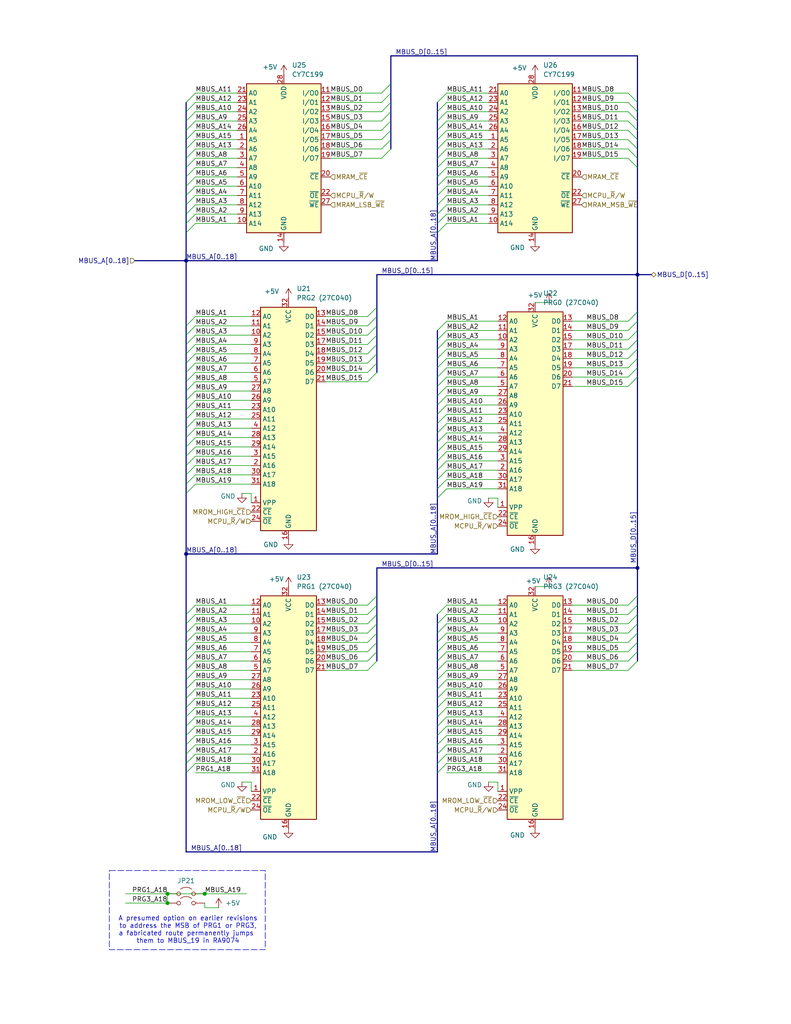
<source format=kicad_sch>
(kicad_sch (version 20231120) (generator "eeschema") (generator_version "8.0")
  (paper "A" portrait)
  (title_block (title "RA9704, Main RAM and ROM") (date "2024-12-30") (rev "003") (company "Coin-Op Collection") (comment 1 "Author: Brandon Arnold") (comment 2 "License: CC BY-NC-SA 4.0"))
  (lib_symbols
    (symbol "Jumper_2x2_Open_2" (pin_numbers hide) (pin_names (offset 0) hide) (exclude_from_sim yes)
      (property "Reference" "JP" (at 0 2.794 0))
      (property "Value" "Jumper_2x2_Open" (at 0 -6.604 0))
      (symbol "Jumper_2x2_Open_2_0_0"
        (circle (center -2.032 -2.54) (radius 0.508))
        (circle (center -2.032 0) (radius 0.508))
        (circle (center 2.032 -2.54) (radius 0.508))
        (circle (center 2.032 0) (radius 0.508))
      )
      (symbol "Jumper_2x2_Open_2_0_1"
        (arc (start 1.524 -1.27) (mid 0 -0.762) (end -1.524 -1.27))
        (arc (start 1.524 1.27) (mid 0 1.778) (end -1.524 1.27))
      )
      (symbol "Jumper_2x2_Open_2_1_1"
        (pin passive line (at -5.08 0 0) (length 2.54) (name "A") (number "1"))
        (pin passive line (at -5.08 -2.54 0) (length 2.54) (name "A") (number "2"))
        (pin passive line (at 5.08 -2.54 180) (length 2.54) (name "B") (number "3"))
        (pin passive line (at 5.08 0 180) (length 2.54) (name "B") (number "4"))
      )
    )
    (symbol "power:+5V" (power) (pin_numbers hide) (pin_names (offset 0) hide)
      (property "Value" "+5V" (at 0 3.556 0))
      (symbol "+5V_0_1"
        (polyline (pts (xy -0.762 1.27) (xy 0 2.54)))
        (polyline (pts (xy 0 0) (xy 0 2.54)))
        (polyline (pts (xy 0 2.54) (xy 0.762 1.27)))
      )
      (symbol "+5V_1_1"
        (pin power_in line (at 0 0 90) (length 0) (name "~") (number "1"))
      )
    )
    (symbol "power:GND" (power) (pin_numbers hide) (pin_names (offset 0) hide)
      (property "Value" "GND" (at 0 -3.81 0))
      (symbol "GND_0_1"
        (polyline (pts (xy 0 0) (xy 0 -1.27) (xy 1.27 -1.27) (xy 0 -2.54) (xy -1.27 -1.27) (xy 0 -1.27)))
      )
      (symbol "GND_1_1"
        (pin power_in line (at 0 0 270) (length 0) (name "~") (number "1"))
      )
    )
    (symbol "ra9704:27C040"
      (property "Reference" "U" (at -7.62 31.75 0))
      (property "Value" "27C040" (at 2.54 -31.75 0))
      (symbol "27C040_1_1"
        (rectangle (start -7.62 30.48) (end 7.62 -30.48) (stroke (width 0.254)) (fill (type background)))
        (pin input line (at -10.16 -22.86 0) (length 2.54) (name "VPP") (number "1"))
        (pin input line (at -10.16 22.86 0) (length 2.54) (name "A2") (number "10"))
        (pin input line (at -10.16 25.4 0) (length 2.54) (name "A1") (number "11"))
        (pin input line (at -10.16 27.94 0) (length 2.54) (name "A0") (number "12"))
        (pin tri_state line (at 10.16 27.94 180) (length 2.54) (name "D0") (number "13"))
        (pin tri_state line (at 10.16 25.4 180) (length 2.54) (name "D1") (number "14"))
        (pin tri_state line (at 10.16 22.86 180) (length 2.54) (name "D2") (number "15"))
        (pin power_in line (at 0 -33.02 90) (length 2.54) (name "GND") (number "16"))
        (pin tri_state line (at 10.16 20.32 180) (length 2.54) (name "D3") (number "17"))
        (pin tri_state line (at 10.16 17.78 180) (length 2.54) (name "D4") (number "18"))
        (pin tri_state line (at 10.16 15.24 180) (length 2.54) (name "D5") (number "19"))
        (pin input line (at -10.16 -12.7 0) (length 2.54) (name "A16") (number "2"))
        (pin tri_state line (at 10.16 12.7 180) (length 2.54) (name "D6") (number "20"))
        (pin tri_state line (at 10.16 10.16 180) (length 2.54) (name "D7") (number "21"))
        (pin input line (at -10.16 -25.4 0) (length 2.54) (name "~{CE}") (number "22"))
        (pin input line (at -10.16 2.54 0) (length 2.54) (name "A10") (number "23"))
        (pin input line (at -10.16 -27.94 0) (length 2.54) (name "~{OE}") (number "24"))
        (pin input line (at -10.16 0 0) (length 2.54) (name "A11") (number "25"))
        (pin input line (at -10.16 5.08 0) (length 2.54) (name "A9") (number "26"))
        (pin input line (at -10.16 7.62 0) (length 2.54) (name "A8") (number "27"))
        (pin input line (at -10.16 -5.08 0) (length 2.54) (name "A13") (number "28"))
        (pin input line (at -10.16 -7.62 0) (length 2.54) (name "A14") (number "29"))
        (pin input line (at -10.16 -10.16 0) (length 2.54) (name "A15") (number "3"))
        (pin input line (at -10.16 -15.24 0) (length 2.54) (name "A17") (number "30"))
        (pin input line (at -10.16 -17.78 0) (length 2.54) (name "A18") (number "31"))
        (pin power_in line (at 0 33.02 270) (length 2.54) (name "VCC") (number "32"))
        (pin input line (at -10.16 -2.54 0) (length 2.54) (name "A12") (number "4"))
        (pin input line (at -10.16 10.16 0) (length 2.54) (name "A7") (number "5"))
        (pin input line (at -10.16 12.7 0) (length 2.54) (name "A6") (number "6"))
        (pin input line (at -10.16 15.24 0) (length 2.54) (name "A5") (number "7"))
        (pin input line (at -10.16 17.78 0) (length 2.54) (name "A4") (number "8"))
        (pin input line (at -10.16 20.32 0) (length 2.54) (name "A3") (number "9"))
      )
    )
    (symbol "ra9704:CY7C199"
      (property "Reference" "U" (at -9.144 21.844 0))
      (property "Value" "CY7C199" (at 8.128 21.844 0))
      (symbol "CY7C199_0_0"
        (pin power_in line (at 0 -22.86 90) (length 2.54) (name "GND") (number "14"))
      )
      (symbol "CY7C199_0_1"
        (rectangle (start -10.16 20.32) (end 10.16 -20.32) (stroke (width 0.254)) (fill (type background)))
      )
      (symbol "CY7C199_1_0"
        (pin power_in line (at 0 22.86 270) (length 2.54) (name "VDD") (number "28"))
      )
      (symbol "CY7C199_1_1"
        (pin input line (at -12.7 5.08 0) (length 2.54) (name "A5") (number "1"))
        (pin input line (at -12.7 -17.78 0) (length 2.54) (name "A14") (number "10"))
        (pin tri_state line (at 12.7 17.78 180) (length 2.54) (name "I/O0") (number "11"))
        (pin tri_state line (at 12.7 15.24 180) (length 2.54) (name "I/O1") (number "12"))
        (pin tri_state line (at 12.7 12.7 180) (length 2.54) (name "I/O2") (number "13"))
        (pin tri_state line (at 12.7 10.16 180) (length 2.54) (name "I/O3") (number "15"))
        (pin tri_state line (at 12.7 7.62 180) (length 2.54) (name "I/O4") (number "16"))
        (pin tri_state line (at 12.7 5.08 180) (length 2.54) (name "I/O5") (number "17"))
        (pin tri_state line (at 12.7 2.54 180) (length 2.54) (name "I/O6") (number "18"))
        (pin tri_state line (at 12.7 0 180) (length 2.54) (name "I/O7") (number "19"))
        (pin input line (at -12.7 2.54 0) (length 2.54) (name "A6") (number "2"))
        (pin input line (at 12.7 -5.08 180) (length 2.54) (name "~{CE}") (number "20"))
        (pin input line (at -12.7 17.78 0) (length 2.54) (name "A0") (number "21"))
        (pin input line (at 12.7 -10.16 180) (length 2.54) (name "~{OE}") (number "22"))
        (pin input line (at -12.7 15.24 0) (length 2.54) (name "A1") (number "23"))
        (pin input line (at -12.7 12.7 0) (length 2.54) (name "A2") (number "24"))
        (pin input line (at -12.7 10.16 0) (length 2.54) (name "A3") (number "25"))
        (pin input line (at -12.7 7.62 0) (length 2.54) (name "A4") (number "26"))
        (pin input line (at 12.7 -12.7 180) (length 2.54) (name "~{WE}") (number "27"))
        (pin input line (at -12.7 0 0) (length 2.54) (name "A7") (number "3"))
        (pin input line (at -12.7 -2.54 0) (length 2.54) (name "A8") (number "4"))
        (pin input line (at -12.7 -5.08 0) (length 2.54) (name "A9") (number "5"))
        (pin input line (at -12.7 -7.62 0) (length 2.54) (name "A10") (number "6"))
        (pin input line (at -12.7 -10.16 0) (length 2.54) (name "A11") (number "7"))
        (pin input line (at -12.7 -12.7 0) (length 2.54) (name "A12") (number "8"))
        (pin input line (at -12.7 -15.24 0) (length 2.54) (name "A13") (number "9"))
      )
    )
  )
  (junction (at 55.88 243.84))
  (junction (at 45.72 243.84))
  (junction (at 50.8 151.13))
  (junction (at 173.99 74.93))
  (junction (at 173.99 154.94))
  (junction (at 50.8 71.12))
  (junction (at 45.72 246.38))
  (bus_entry (at 53.34 116.84) (size -2.54 2.54))
  (bus_entry (at 121.92 180.34) (size -2.54 2.54))
  (bus_entry (at 173.99 95.25) (size -2.54 2.54))
  (bus_entry (at 121.92 200.66) (size -2.54 2.54))
  (bus_entry (at 121.92 130.81) (size -2.54 2.54))
  (bus_entry (at 121.92 33.02) (size -2.54 2.54))
  (bus_entry (at 121.92 90.17) (size -2.54 2.54))
  (bus_entry (at 102.87 88.9) (size -2.54 2.54))
  (bus_entry (at 53.34 170.18) (size -2.54 2.54))
  (bus_entry (at 121.92 175.26) (size -2.54 2.54))
  (bus_entry (at 106.68 40.64) (size -2.54 2.54))
  (bus_entry (at 106.68 27.94) (size -2.54 2.54))
  (bus_entry (at 106.68 38.1) (size -2.54 2.54))
  (bus_entry (at 53.34 165.1) (size -2.54 2.54))
  (bus_entry (at 121.92 45.72) (size -2.54 2.54))
  (bus_entry (at 121.92 203.2) (size -2.54 2.54))
  (bus_entry (at 53.34 33.02) (size -2.54 2.54))
  (bus_entry (at 53.34 27.94) (size -2.54 2.54))
  (bus_entry (at 173.99 165.1) (size -2.54 2.54))
  (bus_entry (at 102.87 162.56) (size -2.54 2.54))
  (bus_entry (at 53.34 187.96) (size -2.54 2.54))
  (bus_entry (at 121.92 87.63) (size -2.54 2.54))
  (bus_entry (at 121.92 193.04) (size -2.54 2.54))
  (bus_entry (at 106.68 33.02) (size -2.54 2.54))
  (bus_entry (at 121.92 125.73) (size -2.54 2.54))
  (bus_entry (at 53.34 175.26) (size -2.54 2.54))
  (bus_entry (at 106.68 35.56) (size -2.54 2.54))
  (bus_entry (at 121.92 35.56) (size -2.54 2.54))
  (bus_entry (at 53.34 205.74) (size -2.54 2.54))
  (bus_entry (at 173.99 38.1) (size -2.54 -2.54))
  (bus_entry (at 53.34 38.1) (size -2.54 2.54))
  (bus_entry (at 121.92 95.25) (size -2.54 2.54))
  (bus_entry (at 121.92 198.12) (size -2.54 2.54))
  (bus_entry (at 53.34 185.42) (size -2.54 2.54))
  (bus_entry (at 102.87 170.18) (size -2.54 2.54))
  (bus_entry (at 121.92 190.5) (size -2.54 2.54))
  (bus_entry (at 121.92 187.96) (size -2.54 2.54))
  (bus_entry (at 53.34 91.44) (size -2.54 2.54))
  (bus_entry (at 173.99 85.09) (size -2.54 2.54))
  (bus_entry (at 53.34 119.38) (size -2.54 2.54))
  (bus_entry (at 106.68 25.4) (size -2.54 2.54))
  (bus_entry (at 53.34 40.64) (size -2.54 2.54))
  (bus_entry (at 121.92 167.64) (size -2.54 2.54))
  (bus_entry (at 121.92 100.33) (size -2.54 2.54))
  (bus_entry (at 121.92 170.18) (size -2.54 2.54))
  (bus_entry (at 173.99 92.71) (size -2.54 2.54))
  (bus_entry (at 53.34 109.22) (size -2.54 2.54))
  (bus_entry (at 102.87 101.6) (size -2.54 2.54))
  (bus_entry (at 173.99 87.63) (size -2.54 2.54))
  (bus_entry (at 53.34 167.64) (size -2.54 2.54))
  (bus_entry (at 53.34 96.52) (size -2.54 2.54))
  (bus_entry (at 106.68 22.86) (size -2.54 2.54))
  (bus_entry (at 121.92 172.72) (size -2.54 2.54))
  (bus_entry (at 173.99 162.56) (size -2.54 2.54))
  (bus_entry (at 173.99 100.33) (size -2.54 2.54))
  (bus_entry (at 121.92 25.4) (size -2.54 2.54))
  (bus_entry (at 53.34 193.04) (size -2.54 2.54))
  (bus_entry (at 121.92 102.87) (size -2.54 2.54))
  (bus_entry (at 121.92 208.28) (size -2.54 2.54))
  (bus_entry (at 121.92 107.95) (size -2.54 2.54))
  (bus_entry (at 53.34 132.08) (size -2.54 2.54))
  (bus_entry (at 53.34 198.12) (size -2.54 2.54))
  (bus_entry (at 121.92 105.41) (size -2.54 2.54))
  (bus_entry (at 121.92 60.96) (size -2.54 2.54))
  (bus_entry (at 121.92 113.03) (size -2.54 2.54))
  (bus_entry (at 53.34 129.54) (size -2.54 2.54))
  (bus_entry (at 53.34 88.9) (size -2.54 2.54))
  (bus_entry (at 121.92 165.1) (size -2.54 2.54))
  (bus_entry (at 173.99 30.48) (size -2.54 -2.54))
  (bus_entry (at 121.92 182.88) (size -2.54 2.54))
  (bus_entry (at 102.87 91.44) (size -2.54 2.54))
  (bus_entry (at 121.92 30.48) (size -2.54 2.54))
  (bus_entry (at 121.92 27.94) (size -2.54 2.54))
  (bus_entry (at 173.99 175.26) (size -2.54 2.54))
  (bus_entry (at 121.92 128.27) (size -2.54 2.54))
  (bus_entry (at 173.99 172.72) (size -2.54 2.54))
  (bus_entry (at 53.34 106.68) (size -2.54 2.54))
  (bus_entry (at 102.87 83.82) (size -2.54 2.54))
  (bus_entry (at 53.34 35.56) (size -2.54 2.54))
  (bus_entry (at 173.99 90.17) (size -2.54 2.54))
  (bus_entry (at 53.34 121.92) (size -2.54 2.54))
  (bus_entry (at 121.92 118.11) (size -2.54 2.54))
  (bus_entry (at 53.34 30.48) (size -2.54 2.54))
  (bus_entry (at 173.99 40.64) (size -2.54 -2.54))
  (bus_entry (at 53.34 55.88) (size -2.54 2.54))
  (bus_entry (at 121.92 205.74) (size -2.54 2.54))
  (bus_entry (at 121.92 53.34) (size -2.54 2.54))
  (bus_entry (at 173.99 45.72) (size -2.54 -2.54))
  (bus_entry (at 173.99 177.8) (size -2.54 2.54))
  (bus_entry (at 173.99 180.34) (size -2.54 2.54))
  (bus_entry (at 53.34 177.8) (size -2.54 2.54))
  (bus_entry (at 121.92 120.65) (size -2.54 2.54))
  (bus_entry (at 121.92 185.42) (size -2.54 2.54))
  (bus_entry (at 102.87 99.06) (size -2.54 2.54))
  (bus_entry (at 102.87 180.34) (size -2.54 2.54))
  (bus_entry (at 173.99 102.87) (size -2.54 2.54))
  (bus_entry (at 53.34 172.72) (size -2.54 2.54))
  (bus_entry (at 53.34 25.4) (size -2.54 2.54))
  (bus_entry (at 121.92 38.1) (size -2.54 2.54))
  (bus_entry (at 53.34 53.34) (size -2.54 2.54))
  (bus_entry (at 53.34 195.58) (size -2.54 2.54))
  (bus_entry (at 173.99 43.18) (size -2.54 -2.54))
  (bus_entry (at 121.92 58.42) (size -2.54 2.54))
  (bus_entry (at 121.92 133.35) (size -2.54 2.54))
  (bus_entry (at 121.92 97.79) (size -2.54 2.54))
  (bus_entry (at 53.34 99.06) (size -2.54 2.54))
  (bus_entry (at 121.92 48.26) (size -2.54 2.54))
  (bus_entry (at 53.34 111.76) (size -2.54 2.54))
  (bus_entry (at 53.34 60.96) (size -2.54 2.54))
  (bus_entry (at 121.92 55.88) (size -2.54 2.54))
  (bus_entry (at 53.34 208.28) (size -2.54 2.54))
  (bus_entry (at 53.34 101.6) (size -2.54 2.54))
  (bus_entry (at 102.87 172.72) (size -2.54 2.54))
  (bus_entry (at 121.92 195.58) (size -2.54 2.54))
  (bus_entry (at 53.34 48.26) (size -2.54 2.54))
  (bus_entry (at 121.92 115.57) (size -2.54 2.54))
  (bus_entry (at 173.99 97.79) (size -2.54 2.54))
  (bus_entry (at 121.92 110.49) (size -2.54 2.54))
  (bus_entry (at 53.34 50.8) (size -2.54 2.54))
  (bus_entry (at 102.87 165.1) (size -2.54 2.54))
  (bus_entry (at 121.92 177.8) (size -2.54 2.54))
  (bus_entry (at 53.34 124.46) (size -2.54 2.54))
  (bus_entry (at 53.34 93.98) (size -2.54 2.54))
  (bus_entry (at 53.34 114.3) (size -2.54 2.54))
  (bus_entry (at 102.87 177.8) (size -2.54 2.54))
  (bus_entry (at 121.92 40.64) (size -2.54 2.54))
  (bus_entry (at 53.34 127) (size -2.54 2.54))
  (bus_entry (at 53.34 58.42) (size -2.54 2.54))
  (bus_entry (at 102.87 86.36) (size -2.54 2.54))
  (bus_entry (at 53.34 190.5) (size -2.54 2.54))
  (bus_entry (at 173.99 167.64) (size -2.54 2.54))
  (bus_entry (at 121.92 92.71) (size -2.54 2.54))
  (bus_entry (at 53.34 104.14) (size -2.54 2.54))
  (bus_entry (at 121.92 50.8) (size -2.54 2.54))
  (bus_entry (at 121.92 43.18) (size -2.54 2.54))
  (bus_entry (at 102.87 167.64) (size -2.54 2.54))
  (bus_entry (at 53.34 43.18) (size -2.54 2.54))
  (bus_entry (at 102.87 93.98) (size -2.54 2.54))
  (bus_entry (at 173.99 35.56) (size -2.54 -2.54))
  (bus_entry (at 173.99 170.18) (size -2.54 2.54))
  (bus_entry (at 102.87 96.52) (size -2.54 2.54))
  (bus_entry (at 106.68 30.48) (size -2.54 2.54))
  (bus_entry (at 53.34 86.36) (size -2.54 2.54))
  (bus_entry (at 53.34 200.66) (size -2.54 2.54))
  (bus_entry (at 173.99 33.02) (size -2.54 -2.54))
  (bus_entry (at 53.34 45.72) (size -2.54 2.54))
  (bus_entry (at 53.34 182.88) (size -2.54 2.54))
  (bus_entry (at 121.92 123.19) (size -2.54 2.54))
  (bus_entry (at 173.99 27.94) (size -2.54 -2.54))
  (bus_entry (at 53.34 203.2) (size -2.54 2.54))
  (bus_entry (at 102.87 175.26) (size -2.54 2.54))
  (bus_entry (at 53.34 180.34) (size -2.54 2.54))
  (wire (pts (xy 156.21 167.64) (xy 171.45 167.64)))
  (wire (pts (xy 53.34 195.58) (xy 68.58 195.58)))
  (wire (pts (xy 53.34 170.18) (xy 68.58 170.18)))
  (bus (pts (xy 119.38 53.34) (xy 119.38 55.88)))
  (bus (pts (xy 50.8 58.42) (xy 50.8 60.96)))
  (wire (pts (xy 121.92 180.34) (xy 135.89 180.34)))
  (wire (pts (xy 156.21 180.34) (xy 171.45 180.34)))
  (wire (pts (xy 156.21 172.72) (xy 171.45 172.72)))
  (bus (pts (xy 173.99 43.18) (xy 173.99 45.72)))
  (bus (pts (xy 119.38 118.11) (xy 119.38 120.65)))
  (bus (pts (xy 102.87 170.18) (xy 102.87 167.64)))
  (bus (pts (xy 119.38 151.13) (xy 50.8 151.13)))
  (bus (pts (xy 173.99 38.1) (xy 173.99 40.64)))
  (bus (pts (xy 119.38 115.57) (xy 119.38 118.11)))
  (bus (pts (xy 119.38 27.94) (xy 119.38 30.48)))
  (bus (pts (xy 119.38 71.12) (xy 50.8 71.12)))
  (wire (pts (xy 121.92 187.96) (xy 135.89 187.96)))
  (bus (pts (xy 173.99 33.02) (xy 173.99 35.56)))
  (wire (pts (xy 55.88 247.65) (xy 55.88 246.38)))
  (wire (pts (xy 53.34 40.64) (xy 64.77 40.64)))
  (bus (pts (xy 102.87 74.93) (xy 173.99 74.93)))
  (bus (pts (xy 50.8 35.56) (xy 50.8 38.1)))
  (bus (pts (xy 102.87 180.34) (xy 102.87 177.8)))
  (bus (pts (xy 50.8 109.22) (xy 50.8 111.76)))
  (wire (pts (xy 53.34 86.36) (xy 68.58 86.36)))
  (bus (pts (xy 119.38 123.19) (xy 119.38 125.73)))
  (bus (pts (xy 119.38 203.2) (xy 119.38 205.74)))
  (bus (pts (xy 119.38 185.42) (xy 119.38 187.96)))
  (wire (pts (xy 53.34 88.9) (xy 68.58 88.9)))
  (bus (pts (xy 50.8 172.72) (xy 50.8 175.26)))
  (bus (pts (xy 119.38 100.33) (xy 119.38 102.87)))
  (wire (pts (xy 121.92 53.34) (xy 133.35 53.34)))
  (bus (pts (xy 119.38 107.95) (xy 119.38 110.49)))
  (wire (pts (xy 53.34 99.06) (xy 68.58 99.06)))
  (wire (pts (xy 53.34 114.3) (xy 68.58 114.3)))
  (bus (pts (xy 119.38 167.64) (xy 119.38 170.18)))
  (bus (pts (xy 50.8 55.88) (xy 50.8 58.42)))
  (wire (pts (xy 53.34 177.8) (xy 68.58 177.8)))
  (bus (pts (xy 50.8 71.12) (xy 50.8 88.9)))
  (wire (pts (xy 156.21 170.18) (xy 171.45 170.18)))
  (bus (pts (xy 50.8 45.72) (xy 50.8 48.26)))
  (wire (pts (xy 53.34 182.88) (xy 68.58 182.88)))
  (wire (pts (xy 121.92 58.42) (xy 133.35 58.42)))
  (bus (pts (xy 119.38 120.65) (xy 119.38 123.19)))
  (bus (pts (xy 50.8 190.5) (xy 50.8 193.04)))
  (wire (pts (xy 121.92 60.96) (xy 133.35 60.96)))
  (wire (pts (xy 156.21 105.41) (xy 171.45 105.41)))
  (wire (pts (xy 156.21 95.25) (xy 171.45 95.25)))
  (bus (pts (xy 119.38 48.26) (xy 119.38 50.8)))
  (bus (pts (xy 102.87 154.94) (xy 173.99 154.94)))
  (wire (pts (xy 121.92 115.57) (xy 135.89 115.57)))
  (bus (pts (xy 119.38 38.1) (xy 119.38 40.64)))
  (bus (pts (xy 173.99 95.25) (xy 173.99 97.79)))
  (wire (pts (xy 45.72 243.84) (xy 34.29 243.84)))
  (wire (pts (xy 121.92 123.19) (xy 135.89 123.19)))
  (wire (pts (xy 90.17 33.02) (xy 104.14 33.02)))
  (wire (pts (xy 53.34 167.64) (xy 68.58 167.64)))
  (wire (pts (xy 121.92 120.65) (xy 135.89 120.65)))
  (wire (pts (xy 156.21 92.71) (xy 171.45 92.71)))
  (bus (pts (xy 50.8 187.96) (xy 50.8 190.5)))
  (wire (pts (xy 90.17 30.48) (xy 104.14 30.48)))
  (bus (pts (xy 102.87 175.26) (xy 102.87 172.72)))
  (bus (pts (xy 173.99 85.09) (xy 173.99 87.63)))
  (wire (pts (xy 53.34 205.74) (xy 68.58 205.74)))
  (wire (pts (xy 53.34 55.88) (xy 64.77 55.88)))
  (wire (pts (xy 158.75 43.18) (xy 171.45 43.18)))
  (bus (pts (xy 119.38 135.89) (xy 119.38 151.13)))
  (wire (pts (xy 121.92 97.79) (xy 135.89 97.79)))
  (wire (pts (xy 121.92 33.02) (xy 133.35 33.02)))
  (bus (pts (xy 50.8 177.8) (xy 50.8 180.34)))
  (wire (pts (xy 121.92 100.33) (xy 135.89 100.33)))
  (bus (pts (xy 119.38 128.27) (xy 119.38 130.81)))
  (wire (pts (xy 88.9 104.14) (xy 100.33 104.14)))
  (bus (pts (xy 119.38 187.96) (xy 119.38 190.5)))
  (bus (pts (xy 106.68 27.94) (xy 106.68 25.4)))
  (wire (pts (xy 90.17 25.4) (xy 104.14 25.4)))
  (bus (pts (xy 119.38 55.88) (xy 119.38 58.42)))
  (wire (pts (xy 146.05 160.02) (xy 149.86 160.02)))
  (wire (pts (xy 88.9 93.98) (xy 100.33 93.98)))
  (wire (pts (xy 156.21 100.33) (xy 171.45 100.33)))
  (wire (pts (xy 121.92 105.41) (xy 135.89 105.41)))
  (wire (pts (xy 66.04 134.62) (xy 68.58 134.62)))
  (bus (pts (xy 50.8 60.96) (xy 50.8 63.5)))
  (bus (pts (xy 50.8 208.28) (xy 50.8 210.82)))
  (wire (pts (xy 53.34 210.82) (xy 68.58 210.82)))
  (bus (pts (xy 102.87 162.56) (xy 102.87 154.94)))
  (bus (pts (xy 173.99 170.18) (xy 173.99 172.72)))
  (bus (pts (xy 173.99 177.8) (xy 173.99 180.34)))
  (bus (pts (xy 173.99 30.48) (xy 173.99 33.02)))
  (wire (pts (xy 90.17 35.56) (xy 104.14 35.56)))
  (wire (pts (xy 146.05 82.55) (xy 149.86 82.55)))
  (wire (pts (xy 55.88 243.84) (xy 67.31 243.84)))
  (bus (pts (xy 173.99 100.33) (xy 173.99 102.87)))
  (wire (pts (xy 121.92 43.18) (xy 133.35 43.18)))
  (bus (pts (xy 50.8 180.34) (xy 50.8 182.88)))
  (bus (pts (xy 50.8 182.88) (xy 50.8 185.42)))
  (wire (pts (xy 53.34 106.68) (xy 68.58 106.68)))
  (bus (pts (xy 102.87 177.8) (xy 102.87 175.26)))
  (bus (pts (xy 119.38 205.74) (xy 119.38 208.28)))
  (wire (pts (xy 121.92 110.49) (xy 135.89 110.49)))
  (wire (pts (xy 156.21 182.88) (xy 171.45 182.88)))
  (bus (pts (xy 119.38 130.81) (xy 119.38 133.35)))
  (wire (pts (xy 66.04 213.36) (xy 68.58 213.36)))
  (wire (pts (xy 53.34 200.66) (xy 68.58 200.66)))
  (bus (pts (xy 106.68 38.1) (xy 106.68 35.56)))
  (wire (pts (xy 53.34 60.96) (xy 64.77 60.96)))
  (bus (pts (xy 50.8 127) (xy 50.8 129.54)))
  (wire (pts (xy 88.9 86.36) (xy 100.33 86.36)))
  (bus (pts (xy 173.99 175.26) (xy 173.99 177.8)))
  (wire (pts (xy 88.9 167.64) (xy 100.33 167.64)))
  (wire (pts (xy 45.72 246.38) (xy 34.29 246.38)))
  (bus (pts (xy 173.99 87.63) (xy 173.99 90.17)))
  (bus (pts (xy 119.38 170.18) (xy 119.38 172.72)))
  (wire (pts (xy 158.75 35.56) (xy 171.45 35.56)))
  (bus (pts (xy 119.38 175.26) (xy 119.38 177.8)))
  (wire (pts (xy 53.34 124.46) (xy 68.58 124.46)))
  (wire (pts (xy 121.92 50.8) (xy 133.35 50.8)))
  (wire (pts (xy 135.89 135.89) (xy 135.89 138.43)))
  (wire (pts (xy 53.34 127) (xy 68.58 127)))
  (wire (pts (xy 121.92 40.64) (xy 133.35 40.64)))
  (bus (pts (xy 50.8 43.18) (xy 50.8 45.72)))
  (bus (pts (xy 50.8 63.5) (xy 50.8 71.12)))
  (wire (pts (xy 156.21 175.26) (xy 171.45 175.26)))
  (bus (pts (xy 173.99 15.24) (xy 173.99 27.94)))
  (wire (pts (xy 88.9 175.26) (xy 100.33 175.26)))
  (wire (pts (xy 121.92 25.4) (xy 133.35 25.4)))
  (bus (pts (xy 50.8 116.84) (xy 50.8 119.38)))
  (bus (pts (xy 50.8 121.92) (xy 50.8 124.46)))
  (wire (pts (xy 53.34 91.44) (xy 68.58 91.44)))
  (wire (pts (xy 53.34 48.26) (xy 64.77 48.26)))
  (wire (pts (xy 53.34 190.5) (xy 68.58 190.5)))
  (bus (pts (xy 173.99 45.72) (xy 173.99 74.93)))
  (bus (pts (xy 119.38 63.5) (xy 119.38 71.12)))
  (bus (pts (xy 119.38 30.48) (xy 119.38 33.02)))
  (wire (pts (xy 121.92 203.2) (xy 135.89 203.2)))
  (wire (pts (xy 121.92 175.26) (xy 135.89 175.26)))
  (wire (pts (xy 68.58 213.36) (xy 68.58 215.9)))
  (wire (pts (xy 88.9 91.44) (xy 100.33 91.44)))
  (bus (pts (xy 50.8 101.6) (xy 50.8 104.14)))
  (wire (pts (xy 88.9 172.72) (xy 100.33 172.72)))
  (bus (pts (xy 173.99 97.79) (xy 173.99 100.33)))
  (bus (pts (xy 119.38 125.73) (xy 119.38 128.27)))
  (wire (pts (xy 90.17 40.64) (xy 104.14 40.64)))
  (wire (pts (xy 158.75 38.1) (xy 171.45 38.1)))
  (wire (pts (xy 121.92 172.72) (xy 135.89 172.72)))
  (bus (pts (xy 119.38 195.58) (xy 119.38 198.12)))
  (wire (pts (xy 121.92 30.48) (xy 133.35 30.48)))
  (bus (pts (xy 50.8 167.64) (xy 50.8 170.18)))
  (bus (pts (xy 50.8 132.08) (xy 50.8 134.62)))
  (bus (pts (xy 173.99 74.93) (xy 173.99 85.09)))
  (wire (pts (xy 53.34 101.6) (xy 68.58 101.6)))
  (wire (pts (xy 53.34 27.94) (xy 64.77 27.94)))
  (bus (pts (xy 50.8 119.38) (xy 50.8 121.92)))
  (wire (pts (xy 53.34 30.48) (xy 64.77 30.48)))
  (wire (pts (xy 88.9 180.34) (xy 100.33 180.34)))
  (wire (pts (xy 53.34 25.4) (xy 64.77 25.4)))
  (wire (pts (xy 121.92 45.72) (xy 133.35 45.72)))
  (bus (pts (xy 119.38 210.82) (xy 119.38 232.41)))
  (wire (pts (xy 121.92 113.03) (xy 135.89 113.03)))
  (bus (pts (xy 102.87 93.98) (xy 102.87 91.44)))
  (bus (pts (xy 50.8 205.74) (xy 50.8 208.28)))
  (wire (pts (xy 121.92 182.88) (xy 135.89 182.88)))
  (bus (pts (xy 50.8 198.12) (xy 50.8 200.66)))
  (wire (pts (xy 121.92 208.28) (xy 135.89 208.28)))
  (wire (pts (xy 53.34 119.38) (xy 68.58 119.38)))
  (wire (pts (xy 133.35 135.89) (xy 135.89 135.89)))
  (wire (pts (xy 158.75 40.64) (xy 171.45 40.64)))
  (bus (pts (xy 102.87 167.64) (xy 102.87 165.1)))
  (wire (pts (xy 53.34 198.12) (xy 68.58 198.12)))
  (wire (pts (xy 121.92 107.95) (xy 135.89 107.95)))
  (wire (pts (xy 53.34 187.96) (xy 68.58 187.96)))
  (bus (pts (xy 50.8 93.98) (xy 50.8 96.52)))
  (bus (pts (xy 50.8 193.04) (xy 50.8 195.58)))
  (bus (pts (xy 173.99 102.87) (xy 173.99 154.94)))
  (wire (pts (xy 121.92 55.88) (xy 133.35 55.88)))
  (bus (pts (xy 119.38 110.49) (xy 119.38 113.03)))
  (bus (pts (xy 119.38 58.42) (xy 119.38 60.96)))
  (bus (pts (xy 50.8 106.68) (xy 50.8 109.22)))
  (wire (pts (xy 53.34 121.92) (xy 68.58 121.92)))
  (bus (pts (xy 119.38 190.5) (xy 119.38 193.04)))
  (wire (pts (xy 53.34 111.76) (xy 68.58 111.76)))
  (bus (pts (xy 173.99 154.94) (xy 173.99 162.56)))
  (wire (pts (xy 53.34 208.28) (xy 68.58 208.28)))
  (wire (pts (xy 88.9 96.52) (xy 100.33 96.52)))
  (wire (pts (xy 88.9 165.1) (xy 100.33 165.1)))
  (wire (pts (xy 158.75 30.48) (xy 171.45 30.48)))
  (bus (pts (xy 173.99 35.56) (xy 173.99 38.1)))
  (bus (pts (xy 50.8 38.1) (xy 50.8 40.64)))
  (wire (pts (xy 156.21 177.8) (xy 171.45 177.8)))
  (wire (pts (xy 121.92 102.87) (xy 135.89 102.87)))
  (wire (pts (xy 121.92 200.66) (xy 135.89 200.66)))
  (bus (pts (xy 50.8 210.82) (xy 50.8 232.41)))
  (bus (pts (xy 177.8 74.93) (xy 173.99 74.93)))
  (bus (pts (xy 173.99 162.56) (xy 173.99 165.1)))
  (bus (pts (xy 50.8 53.34) (xy 50.8 55.88)))
  (wire (pts (xy 59.69 247.65) (xy 55.88 247.65)))
  (bus (pts (xy 102.87 172.72) (xy 102.87 170.18)))
  (bus (pts (xy 102.87 88.9) (xy 102.87 86.36)))
  (wire (pts (xy 121.92 95.25) (xy 135.89 95.25)))
  (wire (pts (xy 53.34 116.84) (xy 68.58 116.84)))
  (bus (pts (xy 50.8 111.76) (xy 50.8 114.3)))
  (wire (pts (xy 53.34 96.52) (xy 68.58 96.52)))
  (bus (pts (xy 119.38 43.18) (xy 119.38 45.72)))
  (wire (pts (xy 121.92 90.17) (xy 135.89 90.17)))
  (bus (pts (xy 119.38 92.71) (xy 119.38 95.25)))
  (wire (pts (xy 121.92 92.71) (xy 135.89 92.71)))
  (wire (pts (xy 53.34 50.8) (xy 64.77 50.8)))
  (wire (pts (xy 121.92 177.8) (xy 135.89 177.8)))
  (bus (pts (xy 102.87 91.44) (xy 102.87 88.9)))
  (wire (pts (xy 53.34 53.34) (xy 64.77 53.34)))
  (wire (pts (xy 121.92 130.81) (xy 135.89 130.81)))
  (wire (pts (xy 121.92 87.63) (xy 135.89 87.63)))
  (bus (pts (xy 119.38 208.28) (xy 119.38 210.82)))
  (wire (pts (xy 121.92 27.94) (xy 133.35 27.94)))
  (wire (pts (xy 156.21 97.79) (xy 171.45 97.79)))
  (bus (pts (xy 50.8 124.46) (xy 50.8 127)))
  (bus (pts (xy 106.68 15.24) (xy 173.99 15.24)))
  (bus (pts (xy 119.38 177.8) (xy 119.38 180.34)))
  (bus (pts (xy 50.8 175.26) (xy 50.8 177.8)))
  (wire (pts (xy 158.75 25.4) (xy 171.45 25.4)))
  (bus (pts (xy 119.38 102.87) (xy 119.38 105.41)))
  (bus (pts (xy 119.38 113.03) (xy 119.38 115.57)))
  (wire (pts (xy 53.34 129.54) (xy 68.58 129.54)))
  (bus (pts (xy 106.68 22.86) (xy 106.68 15.24)))
  (bus (pts (xy 106.68 33.02) (xy 106.68 30.48)))
  (bus (pts (xy 119.38 45.72) (xy 119.38 48.26)))
  (wire (pts (xy 121.92 185.42) (xy 135.89 185.42)))
  (wire (pts (xy 53.34 33.02) (xy 64.77 33.02)))
  (wire (pts (xy 53.34 185.42) (xy 68.58 185.42)))
  (bus (pts (xy 102.87 83.82) (xy 102.87 74.93)))
  (bus (pts (xy 50.8 104.14) (xy 50.8 106.68)))
  (bus (pts (xy 119.38 232.41) (xy 50.8 232.41)))
  (bus (pts (xy 50.8 88.9) (xy 50.8 91.44)))
  (bus (pts (xy 119.38 40.64) (xy 119.38 43.18)))
  (wire (pts (xy 121.92 48.26) (xy 133.35 48.26)))
  (wire (pts (xy 90.17 43.18) (xy 104.14 43.18)))
  (wire (pts (xy 53.34 109.22) (xy 68.58 109.22)))
  (bus (pts (xy 119.38 193.04) (xy 119.38 195.58)))
  (bus (pts (xy 119.38 198.12) (xy 119.38 200.66)))
  (bus (pts (xy 173.99 92.71) (xy 173.99 95.25)))
  (wire (pts (xy 121.92 198.12) (xy 135.89 198.12)))
  (wire (pts (xy 53.34 35.56) (xy 64.77 35.56)))
  (bus (pts (xy 106.68 30.48) (xy 106.68 27.94)))
  (wire (pts (xy 88.9 101.6) (xy 100.33 101.6)))
  (bus (pts (xy 50.8 170.18) (xy 50.8 172.72)))
  (wire (pts (xy 156.21 87.63) (xy 171.45 87.63)))
  (bus (pts (xy 102.87 86.36) (xy 102.87 83.82)))
  (bus (pts (xy 50.8 30.48) (xy 50.8 33.02)))
  (wire (pts (xy 53.34 132.08) (xy 68.58 132.08)))
  (bus (pts (xy 119.38 95.25) (xy 119.38 97.79)))
  (wire (pts (xy 88.9 177.8) (xy 100.33 177.8)))
  (bus (pts (xy 119.38 50.8) (xy 119.38 53.34)))
  (bus (pts (xy 102.87 165.1) (xy 102.87 162.56)))
  (wire (pts (xy 53.34 45.72) (xy 64.77 45.72)))
  (wire (pts (xy 121.92 167.64) (xy 135.89 167.64)))
  (bus (pts (xy 50.8 203.2) (xy 50.8 205.74)))
  (bus (pts (xy 50.8 185.42) (xy 50.8 187.96)))
  (bus (pts (xy 106.68 35.56) (xy 106.68 33.02)))
  (wire (pts (xy 121.92 128.27) (xy 135.89 128.27)))
  (bus (pts (xy 119.38 180.34) (xy 119.38 182.88)))
  (wire (pts (xy 53.34 172.72) (xy 68.58 172.72)))
  (bus (pts (xy 119.38 33.02) (xy 119.38 35.56)))
  (wire (pts (xy 158.75 27.94) (xy 171.45 27.94)))
  (bus (pts (xy 119.38 182.88) (xy 119.38 185.42)))
  (wire (pts (xy 121.92 210.82) (xy 135.89 210.82)))
  (wire (pts (xy 88.9 99.06) (xy 100.33 99.06)))
  (bus (pts (xy 50.8 91.44) (xy 50.8 93.98)))
  (bus (pts (xy 50.8 195.58) (xy 50.8 198.12)))
  (bus (pts (xy 50.8 134.62) (xy 50.8 151.13)))
  (wire (pts (xy 121.92 133.35) (xy 135.89 133.35)))
  (bus (pts (xy 173.99 167.64) (xy 173.99 170.18)))
  (bus (pts (xy 102.87 99.06) (xy 102.87 96.52)))
  (wire (pts (xy 55.88 243.84) (xy 45.72 243.84)))
  (bus (pts (xy 50.8 200.66) (xy 50.8 203.2)))
  (bus (pts (xy 50.8 40.64) (xy 50.8 43.18)))
  (bus (pts (xy 50.8 99.06) (xy 50.8 101.6)))
  (wire (pts (xy 53.34 43.18) (xy 64.77 43.18)))
  (wire (pts (xy 53.34 38.1) (xy 64.77 38.1)))
  (wire (pts (xy 53.34 58.42) (xy 64.77 58.42)))
  (bus (pts (xy 50.8 114.3) (xy 50.8 116.84)))
  (bus (pts (xy 119.38 60.96) (xy 119.38 63.5)))
  (wire (pts (xy 121.92 170.18) (xy 135.89 170.18)))
  (bus (pts (xy 173.99 40.64) (xy 173.99 43.18)))
  (bus (pts (xy 173.99 90.17) (xy 173.99 92.71)))
  (wire (pts (xy 121.92 38.1) (xy 133.35 38.1)))
  (bus (pts (xy 102.87 96.52) (xy 102.87 93.98)))
  (bus (pts (xy 173.99 172.72) (xy 173.99 175.26)))
  (bus (pts (xy 173.99 27.94) (xy 173.99 30.48)))
  (wire (pts (xy 158.75 33.02) (xy 171.45 33.02)))
  (wire (pts (xy 133.35 213.36) (xy 135.89 213.36)))
  (wire (pts (xy 121.92 35.56) (xy 133.35 35.56)))
  (wire (pts (xy 88.9 88.9) (xy 100.33 88.9)))
  (bus (pts (xy 50.8 129.54) (xy 50.8 132.08)))
  (wire (pts (xy 53.34 104.14) (xy 68.58 104.14)))
  (bus (pts (xy 50.8 27.94) (xy 50.8 30.48)))
  (bus (pts (xy 119.38 133.35) (xy 119.38 135.89)))
  (wire (pts (xy 53.34 203.2) (xy 68.58 203.2)))
  (wire (pts (xy 53.34 165.1) (xy 68.58 165.1)))
  (wire (pts (xy 90.17 27.94) (xy 104.14 27.94)))
  (bus (pts (xy 50.8 96.52) (xy 50.8 99.06)))
  (wire (pts (xy 90.17 38.1) (xy 104.14 38.1)))
  (wire (pts (xy 121.92 195.58) (xy 135.89 195.58)))
  (wire (pts (xy 121.92 190.5) (xy 135.89 190.5)))
  (bus (pts (xy 50.8 151.13) (xy 50.8 167.64)))
  (wire (pts (xy 53.34 180.34) (xy 68.58 180.34)))
  (wire (pts (xy 156.21 165.1) (xy 171.45 165.1)))
  (bus (pts (xy 119.38 105.41) (xy 119.38 107.95)))
  (wire (pts (xy 88.9 182.88) (xy 100.33 182.88)))
  (wire (pts (xy 53.34 93.98) (xy 68.58 93.98)))
  (bus (pts (xy 119.38 200.66) (xy 119.38 203.2)))
  (wire (pts (xy 135.89 213.36) (xy 135.89 215.9)))
  (bus (pts (xy 106.68 25.4) (xy 106.68 22.86)))
  (wire (pts (xy 121.92 118.11) (xy 135.89 118.11)))
  (bus (pts (xy 50.8 33.02) (xy 50.8 35.56)))
  (wire (pts (xy 156.21 102.87) (xy 171.45 102.87)))
  (wire (pts (xy 53.34 175.26) (xy 68.58 175.26)))
  (bus (pts (xy 106.68 40.64) (xy 106.68 38.1)))
  (wire (pts (xy 121.92 205.74) (xy 135.89 205.74)))
  (wire (pts (xy 68.58 134.62) (xy 68.58 137.16)))
  (bus (pts (xy 102.87 101.6) (xy 102.87 99.06)))
  (bus (pts (xy 119.38 90.17) (xy 119.38 92.71)))
  (wire (pts (xy 121.92 193.04) (xy 135.89 193.04)))
  (bus (pts (xy 119.38 172.72) (xy 119.38 175.26)))
  (bus (pts (xy 173.99 165.1) (xy 173.99 167.64)))
  (wire (pts (xy 53.34 193.04) (xy 68.58 193.04)))
  (wire (pts (xy 121.92 125.73) (xy 135.89 125.73)))
  (wire (pts (xy 156.21 90.17) (xy 171.45 90.17)))
  (bus (pts (xy 50.8 50.8) (xy 50.8 53.34)))
  (bus (pts (xy 119.38 97.79) (xy 119.38 100.33)))
  (bus (pts (xy 50.8 48.26) (xy 50.8 50.8)))
  (bus (pts (xy 36.83 71.12) (xy 50.8 71.12)))
  (wire (pts (xy 88.9 170.18) (xy 100.33 170.18)))
  (wire (pts (xy 45.72 243.84) (xy 45.72 246.38)))
  (wire (pts (xy 121.92 165.1) (xy 135.89 165.1)))
  (bus (pts (xy 119.38 35.56) (xy 119.38 38.1)))
  (rectangle (start 29.845 237.49) (end 72.39 259.08) (stroke (width 0) (type dash)))
  (text "CHECK WHICH IS LOW AND WHICH IS HIGH" (at 308.864 130.81 0) (effects (font (size 5 5))))
  (text "A presumed option on earlier revisions\nto address the MSB of PRG1 or PRG3,\na fabricated route permanently jumps \nthem to MBUS_19 in RA9074" (at 51.308 253.746 0) (effects (font (size 1.27 1.27))))
  (label "MBUS_A[0..18]" (at 50.8 71.12 0))
  (label "MBUS_A9" (at 53.34 33.02 0))
  (label "MBUS_D13" (at 158.75 38.1 0))
  (label "MBUS_A6" (at 53.34 177.8 0))
  (label "MBUS_D15" (at 158.75 43.18 0))
  (label "MBUS_D[0..15]" (at 173.99 153.67 90))
  (label "MBUS_A2" (at 53.34 167.64 0))
  (label "MBUS_A13" (at 53.34 40.64 0))
  (label "MBUS_D3" (at 90.17 33.02 0))
  (label "MBUS_A2" (at 53.34 58.42 0))
  (label "MBUS_D9" (at 160.02 90.17 0))
  (label "MBUS_D5" (at 90.17 38.1 0))
  (label "MBUS_A[0..18]" (at 119.38 151.13 90))
  (label "MBUS_A17" (at 53.34 205.74 0))
  (label "MBUS_A3" (at 53.34 91.44 0))
  (label "MBUS_A12" (at 121.92 115.57 0))
  (label "MBUS_A5" (at 121.92 175.26 0))
  (label "MBUS_A11" (at 121.92 25.4 0))
  (label "MBUS_D5" (at 88.9 177.8 0))
  (label "MBUS_A7" (at 121.92 102.87 0))
  (label "MBUS_D0" (at 160.02 165.1 0))
  (label "MBUS_D10" (at 158.75 30.48 0))
  (label "MBUS_A12" (at 121.92 193.04 0))
  (label "MBUS_D12" (at 160.02 97.79 0))
  (label "PRG1_A18" (at 45.72 243.84 180))
  (label "MBUS_D8" (at 158.75 25.4 0))
  (label "MBUS_A8" (at 53.34 43.18 0))
  (label "MBUS_D15" (at 160.02 105.41 0))
  (label "MBUS_A10" (at 121.92 187.96 0))
  (label "MBUS_A3" (at 121.92 170.18 0))
  (label "MBUS_A[0..18]" (at 50.8 151.13 0))
  (label "MBUS_D11" (at 88.9 93.98 0))
  (label "MBUS_D4" (at 88.9 175.26 0))
  (label "MBUS_A18" (at 121.92 130.81 0))
  (label "MBUS_A19" (at 121.92 133.35 0))
  (label "MBUS_A2" (at 53.34 88.9 0))
  (label "MBUS_A13" (at 121.92 40.64 0))
  (label "MBUS_D0" (at 88.9 165.1 0))
  (label "MBUS_A12" (at 53.34 114.3 0))
  (label "MBUS_A8" (at 121.92 43.18 0))
  (label "MBUS_A13" (at 53.34 116.84 0))
  (label "MBUS_A[0..18]" (at 52.07 232.41 0))
  (label "MBUS_A10" (at 53.34 30.48 0))
  (label "MBUS_A13" (at 121.92 195.58 0))
  (label "MBUS_A19" (at 53.34 132.08 0))
  (label "MBUS_A2" (at 121.92 167.64 0))
  (label "MBUS_D11" (at 158.75 33.02 0))
  (label "MBUS_A15" (at 121.92 200.66 0))
  (label "MBUS_A12" (at 121.92 27.94 0))
  (label "MBUS_A7" (at 53.34 180.34 0))
  (label "MBUS_A14" (at 53.34 119.38 0))
  (label "PRG1_A18" (at 53.34 210.82 0))
  (label "MBUS_A1" (at 53.34 86.36 0))
  (label "MBUS_A11" (at 121.92 190.5 0))
  (label "MBUS_A11" (at 121.92 113.03 0))
  (label "MBUS_D10" (at 160.02 92.71 0))
  (label "MBUS_A11" (at 53.34 111.76 0))
  (label "MBUS_A5" (at 121.92 50.8 0))
  (label "MBUS_A3" (at 53.34 55.88 0))
  (label "MBUS_A5" (at 53.34 96.52 0))
  (label "MBUS_D12" (at 158.75 35.56 0))
  (label "MBUS_A4" (at 121.92 95.25 0))
  (label "MBUS_A1" (at 121.92 165.1 0))
  (label "MBUS_D15" (at 88.9 104.14 0))
  (label "MBUS_A8" (at 53.34 182.88 0))
  (label "MBUS_D6" (at 90.17 40.64 0))
  (label "MBUS_A14" (at 121.92 35.56 0))
  (label "MBUS_A19" (at 55.88 243.84 0))
  (label "MBUS_A10" (at 121.92 110.49 0))
  (label "MBUS_A12" (at 53.34 193.04 0))
  (label "MBUS_A[0..18]" (at 119.38 232.41 90))
  (label "MBUS_D14" (at 88.9 101.6 0))
  (label "MBUS_A10" (at 53.34 187.96 0))
  (label "MBUS_A15" (at 121.92 123.19 0))
  (label "MBUS_A7" (at 53.34 101.6 0))
  (label "MBUS_A16" (at 121.92 125.73 0))
  (label "MBUS_A16" (at 121.92 203.2 0))
  (label "MBUS_A14" (at 53.34 198.12 0))
  (label "MBUS_A3" (at 121.92 92.71 0))
  (label "MBUS_D7" (at 90.17 43.18 0))
  (label "PRG3_A18" (at 121.92 210.82 0))
  (label "MBUS_D5" (at 160.02 177.8 0))
  (label "MBUS_A6" (at 53.34 48.26 0))
  (label "MBUS_D1" (at 90.17 27.94 0))
  (label "MBUS_A7" (at 53.34 45.72 0))
  (label "MBUS_A6" (at 121.92 100.33 0))
  (label "MBUS_A1" (at 53.34 165.1 0))
  (label "MBUS_A18" (at 53.34 129.54 0))
  (label "MBUS_A15" (at 53.34 121.92 0))
  (label "MBUS_A11" (at 53.34 25.4 0))
  (label "MBUS_D7" (at 88.9 182.88 0))
  (label "MBUS_D13" (at 160.02 100.33 0))
  (label "MBUS_A17" (at 53.34 127 0))
  (label "MBUS_A4" (at 53.34 172.72 0))
  (label "MBUS_A5" (at 121.92 97.79 0))
  (label "MBUS_D13" (at 88.9 99.06 0))
  (label "MBUS_D9" (at 88.9 88.9 0))
  (label "MBUS_D12" (at 88.9 96.52 0))
  (label "MBUS_A9" (at 53.34 106.68 0))
  (label "MBUS_D[0..15]" (at 104.14 154.94 0))
  (label "MBUS_A3" (at 53.34 170.18 0))
  (label "MBUS_D8" (at 160.02 87.63 0))
  (label "MBUS_A15" (at 121.92 38.1 0))
  (label "MBUS_A1" (at 121.92 87.63 0))
  (label "MBUS_A[0..18]" (at 119.38 71.12 90))
  (label "MBUS_A12" (at 53.34 27.94 0))
  (label "MBUS_A14" (at 121.92 198.12 0))
  (label "MBUS_A13" (at 121.92 118.11 0))
  (label "MBUS_A9" (at 121.92 185.42 0))
  (label "MBUS_D11" (at 160.02 95.25 0))
  (label "MBUS_A17" (at 121.92 205.74 0))
  (label "MBUS_A4" (at 121.92 172.72 0))
  (label "MBUS_D8" (at 88.9 86.36 0))
  (label "MBUS_D2" (at 90.17 30.48 0))
  (label "MBUS_A8" (at 53.34 104.14 0))
  (label "MBUS_A7" (at 121.92 180.34 0))
  (label "MBUS_D2" (at 160.02 170.18 0))
  (label "MBUS_A13" (at 53.34 195.58 0))
  (label "MBUS_A1" (at 53.34 60.96 0))
  (label "MBUS_A4" (at 53.34 93.98 0))
  (label "MBUS_A15" (at 53.34 38.1 0))
  (label "MBUS_D7" (at 160.02 182.88 0))
  (label "MBUS_D0" (at 90.17 25.4 0))
  (label "MBUS_A8" (at 121.92 182.88 0))
  (label "PRG3_A18" (at 45.72 246.38 180))
  (label "MBUS_D1" (at 160.02 167.64 0))
  (label "MBUS_A2" (at 121.92 58.42 0))
  (label "MBUS_A6" (at 121.92 48.26 0))
  (label "MBUS_A18" (at 121.92 208.28 0))
  (label "MBUS_A7" (at 121.92 45.72 0))
  (label "MBUS_D6" (at 160.02 180.34 0))
  (label "MBUS_A9" (at 121.92 107.95 0))
  (label "MBUS_A9" (at 121.92 33.02 0))
  (label "MBUS_A5" (at 53.34 50.8 0))
  (label "MBUS_A8" (at 121.92 105.41 0))
  (label "MBUS_D14" (at 160.02 102.87 0))
  (label "MBUS_A4" (at 121.92 53.34 0))
  (label "MBUS_A1" (at 121.92 60.96 0))
  (label "MBUS_D6" (at 88.9 180.34 0))
  (label "MBUS_A15" (at 53.34 200.66 0))
  (label "MBUS_A6" (at 53.34 99.06 0))
  (label "MBUS_A3" (at 121.92 55.88 0))
  (label "MBUS_D3" (at 88.9 172.72 0))
  (label "MBUS_D9" (at 158.75 27.94 0))
  (label "MBUS_D4" (at 160.02 175.26 0))
  (label "MBUS_A16" (at 53.34 203.2 0))
  (label "MBUS_A2" (at 121.92 90.17 0))
  (label "MBUS_A11" (at 53.34 190.5 0))
  (label "MBUS_A5" (at 53.34 175.26 0))
  (label "MBUS_A9" (at 53.34 185.42 0))
  (label "MBUS_D2" (at 88.9 170.18 0))
  (label "MBUS_A16" (at 53.34 124.46 0))
  (label "MBUS_A10" (at 121.92 30.48 0))
  (label "MBUS_A18" (at 53.34 208.28 0))
  (label "MBUS_A14" (at 53.34 35.56 0))
  (label "MBUS_D[0..15]" (at 104.14 74.93 0))
  (label "MBUS_D10" (at 88.9 91.44 0))
  (label "MBUS_D4" (at 90.17 35.56 0))
  (label "MBUS_D14" (at 158.75 40.64 0))
  (label "MBUS_D3" (at 160.02 172.72 0))
  (label "MBUS_A10" (at 53.34 109.22 0))
  (label "MBUS_A6" (at 121.92 177.8 0))
  (label "MBUS_D[0..15]" (at 107.95 15.24 0))
  (label "MBUS_D1" (at 88.9 167.64 0))
  (label "MBUS_A14" (at 121.92 120.65 0))
  (label "MBUS_A4" (at 53.34 53.34 0))
  (label "MBUS_A17" (at 121.92 128.27 0))
  (hierarchical_label "MBUS_D[0..15]" (shape bidirectional) (at 177.8 74.93 0))
  (hierarchical_label "MROM_HIGH_~{CE}" (shape input) (at 135.89 140.97 180))
  (hierarchical_label "MCPU_~{R}{slash}W" (shape input) (at 68.58 142.24 180))
  (hierarchical_label "MROM_LOW_~{CE}" (shape input) (at 135.89 218.44 180))
  (hierarchical_label "MRAM_~{CE}" (shape input) (at 90.17 48.26 0))
  (hierarchical_label "MROM_LOW_~{CE}" (shape input) (at 68.58 218.44 180))
  (hierarchical_label "MCPU_~{R}{slash}W" (shape input) (at 90.17 53.34 0))
  (hierarchical_label "MCPU_~{R}{slash}W" (shape input) (at 135.89 143.51 180))
  (hierarchical_label "MCPU_~{R}{slash}W" (shape input) (at 68.58 220.98 180))
  (hierarchical_label "MROM_HIGH_~{CE}" (shape input) (at 68.58 139.7 180))
  (hierarchical_label "MBUS_A[0..18]" (shape input) (at 36.83 71.12 180))
  (hierarchical_label "MRAM_LSB_~{WE}" (shape input) (at 90.17 55.88 0))
  (hierarchical_label "MRAM_~{CE}" (shape input) (at 158.75 48.26 0))
  (hierarchical_label "MCPU_~{R}{slash}W" (shape input) (at 135.89 220.98 180))
  (hierarchical_label "MRAM_MSB_~{WE}" (shape input) (at 158.75 55.88 0))
  (hierarchical_label "MCPU_~{R}{slash}W" (shape input) (at 158.75 53.34 0))
  (symbol (lib_id "ra9704:27C040") (at 78.74 193.04 0) (unit 1)
    (property "Reference" "U23" (at 80.9341 157.48 0) (effects (justify left)))
    (property "Value" "PRG1 (27C040)" (at 80.9341 160.02 0) (effects (justify left)))
    (property "Footprint" "ra9704:DIP-32_W15.24mm" (effects (hide yes)))
    (property "Datasheet" "https://static.brandonarnold.com/projects/batrider/M27C4001_7903.pdf" (effects (hide yes)))
    (property "Description" "OTP EPROM 4 MiBit (512 Ki x 8)" (effects (hide yes)))
  )
  (symbol (lib_id "power:GND") (at 77.47 66.04 0) (unit 1)
    (property "Reference" "#PWR049" (effects (hide yes)))
    (property "Value" "GND" (at 72.644 67.818 0))
    (property "Description" "Power symbol creates a global label with name \"GND\" , ground" (effects (hide yes)))
  )
  (symbol (lib_id "power:GND") (at 133.35 213.36 0) (unit 1)
    (property "Reference" "#PWR085" (effects (hide yes)))
    (property "Value" "GND" (at 129.54 214.122 0))
    (property "Description" "Power symbol creates a global label with name \"GND\" , ground" (effects (hide yes)))
  )
  (symbol (lib_id "power:GND") (at 146.05 66.04 0) (unit 1)
    (property "Reference" "#PWR0155" (effects (hide yes)))
    (property "Value" "GND" (at 141.224 67.564 0))
    (property "Description" "Power symbol creates a global label with name \"GND\" , ground" (effects (hide yes)))
  )
  (symbol (lib_id "power:GND") (at 78.74 147.32 0) (unit 1)
    (property "Reference" "#PWR058" (effects (hide yes)))
    (property "Value" "GND" (at 73.914 148.59 0))
    (property "Description" "Power symbol creates a global label with name \"GND\" , ground" (effects (hide yes)))
  )
  (symbol (lib_id "power:+5V") (at 146.05 20.32 0) (unit 1)
    (property "Reference" "#PWR086" (effects (hide yes)))
    (property "Value" "+5V" (at 141.732 18.542 0))
    (property "Description" "Power symbol creates a global label with name \"+5V\"" (effects (hide yes)))
  )
  (symbol (lib_id "power:+5V") (at 59.69 247.65 0) (mirror y) (unit 1)
    (property "Reference" "#PWR083" (effects (hide yes)))
    (property "Value" "+5V" (at 63.5 246.38 0))
    (property "Description" "Power symbol creates a global label with name \"+5V\"" (effects (hide yes)))
  )
  (symbol (lib_id "ra9704:CY7C199") (at 77.47 43.18 0) (unit 1)
    (property "Reference" "U25" (at 79.6641 17.78 0) (effects (justify left)))
    (property "Value" "CY7C199" (at 79.6641 20.32 0) (effects (justify left)))
    (property "Footprint" "ra9704:DIP-28_W7.62mm" (effects (hide yes)))
    (property "Datasheet" "https://static.brandonarnold.com/projects/batrider/CY7C199.PDF" (effects (hide yes)))
    (property "Description" "32K x 8 Static RAM" (effects (hide yes)))
  )
  (symbol (lib_id "power:+5V") (at 78.74 81.28 0) (unit 1)
    (property "Reference" "#PWR057" (effects (hide yes)))
    (property "Value" "+5V" (at 74.168 79.502 0))
    (property "Description" "Power symbol creates a global label with name \"+5V\"" (effects (hide yes)))
  )
  (symbol (lib_id "ra9704:CY7C199") (at 146.05 43.18 0) (unit 1)
    (property "Reference" "U26" (at 148.2441 17.78 0) (effects (justify left)))
    (property "Value" "CY7C199" (at 148.2441 20.32 0) (effects (justify left)))
    (property "Footprint" "ra9704:DIP-28_W7.62mm" (effects (hide yes)))
    (property "Datasheet" "https://static.brandonarnold.com/projects/batrider/CY7C199.PDF" (effects (hide yes)))
    (property "Description" "32K x 8 Static RAM" (effects (hide yes)))
  )
  (symbol (lib_id "power:GND") (at 78.74 226.06 0) (unit 1)
    (property "Reference" "#PWR063" (effects (hide yes)))
    (property "Value" "GND" (at 73.66 228.346 0))
    (property "Description" "Power symbol creates a global label with name \"GND\" , ground" (effects (hide yes)))
  )
  (symbol (lib_id "ra9704:27C040") (at 78.74 114.3 0) (unit 1)
    (property "Reference" "U21" (at 80.9341 78.74 0) (effects (justify left)))
    (property "Value" "PRG2 (27C040)" (at 80.9341 81.28 0) (effects (justify left)))
    (property "Footprint" "ra9704:DIP-32_W15.24mm" (effects (hide yes)))
    (property "Datasheet" "https://static.brandonarnold.com/projects/batrider/M27C4001_7903.pdf" (effects (hide yes)))
    (property "Description" "OTP EPROM 4 MiBit (512 Ki x 8)" (effects (hide yes)))
  )
  (symbol (lib_id "power:GND") (at 66.04 134.62 0) (unit 1)
    (property "Reference" "#PWR035" (effects (hide yes)))
    (property "Value" "GND" (at 62.23 135.382 0))
    (property "Description" "Power symbol creates a global label with name \"GND\" , ground" (effects (hide yes)))
  )
  (symbol (lib_id "power:GND") (at 133.35 135.89 0) (unit 1)
    (property "Reference" "#PWR084" (effects (hide yes)))
    (property "Value" "GND" (at 129.54 136.652 0))
    (property "Description" "Power symbol creates a global label with name \"GND\" , ground" (effects (hide yes)))
  )
  (symbol (lib_id "ra9704:27C040") (at 146.05 115.57 0) (unit 1)
    (property "Reference" "U22" (at 148.2441 80.01 0) (effects (justify left)))
    (property "Value" "PRG0 (27C040)" (at 148.2441 82.55 0) (effects (justify left)))
    (property "Footprint" "ra9704:DIP-32_W15.24mm" (effects (hide yes)))
    (property "Datasheet" "https://static.brandonarnold.com/projects/batrider/M27C4001_7903.pdf" (effects (hide yes)))
    (property "Description" "OTP EPROM 4 MiBit (512 Ki x 8)" (effects (hide yes)))
  )
  (symbol (lib_id "power:GND") (at 66.04 213.36 0) (unit 1)
    (property "Reference" "#PWR036" (effects (hide yes)))
    (property "Value" "GND" (at 62.23 214.122 0))
    (property "Description" "Power symbol creates a global label with name \"GND\" , ground" (effects (hide yes)))
  )
  (symbol (lib_id "power:+5V") (at 149.86 82.55 0) (unit 1)
    (property "Reference" "#PWR0156" (effects (hide yes)))
    (property "Value" "+5V" (at 146.05 80.518 0))
    (property "Description" "Power symbol creates a global label with name \"+5V\"" (effects (hide yes)))
  )
  (symbol (lib_id "power:+5V") (at 77.47 20.32 0) (unit 1)
    (property "Reference" "#PWR048" (effects (hide yes)))
    (property "Value" "+5V" (at 73.66 18.288 0))
    (property "Description" "Power symbol creates a global label with name \"+5V\"" (effects (hide yes)))
  )
  (symbol (lib_id "power:GND") (at 146.05 226.06 0) (unit 1)
    (property "Reference" "#PWR0168" (effects (hide yes)))
    (property "Value" "GND" (at 141.224 227.838 0))
    (property "Description" "Power symbol creates a global label with name \"GND\" , ground" (effects (hide yes)))
  )
  (symbol (lib_name "Jumper_2x2_Open_2") (lib_id "ra9704:Jumper_2x2_Open") (at 50.8 243.84 0) (mirror y) (unit 1) (exclude_from_sim yes)
    (property "Reference" "JP21" (at 50.8 240.284 0))
    (property "Value" "Jumper_2x2_Open" (effects (hide yes)))
    (property "Footprint" "ra9704:PinHeader_2x02_P2.54mm_Vertical" (effects (hide yes)))
    (property "Description" "Jumper, 2-pole, open" (effects (hide yes)))
  )
  (symbol (lib_id "ra9704:27C040") (at 146.05 193.04 0) (unit 1)
    (property "Reference" "U24" (at 148.2441 157.48 0) (effects (justify left)))
    (property "Value" "PRG3 (27C040)" (at 148.2441 160.02 0) (effects (justify left)))
    (property "Footprint" "ra9704:DIP-32_W15.24mm" (effects (hide yes)))
    (property "Datasheet" "https://static.brandonarnold.com/projects/batrider/M27C4001_7903.pdf" (effects (hide yes)))
    (property "Description" "OTP EPROM 4 MiBit (512 Ki x 8)" (effects (hide yes)))
  )
  (symbol (lib_id "power:+5V") (at 78.74 160.02 0) (unit 1)
    (property "Reference" "#PWR062" (effects (hide yes)))
    (property "Value" "+5V" (at 75.438 157.988 0))
    (property "Description" "Power symbol creates a global label with name \"+5V\"" (effects (hide yes)))
  )
  (symbol (lib_id "power:GND") (at 146.05 148.59 0) (unit 1)
    (property "Reference" "#PWR0157" (effects (hide yes)))
    (property "Value" "GND" (at 141.224 149.86 0))
    (property "Description" "Power symbol creates a global label with name \"GND\" , ground" (effects (hide yes)))
  )
  (symbol (lib_id "power:+5V") (at 149.86 160.02 0) (unit 1)
    (property "Reference" "#PWR0158" (effects (hide yes)))
    (property "Value" "+5V" (at 145.542 158.496 0))
    (property "Description" "Power symbol creates a global label with name \"+5V\"" (effects (hide yes)))
  )
)
</source>
